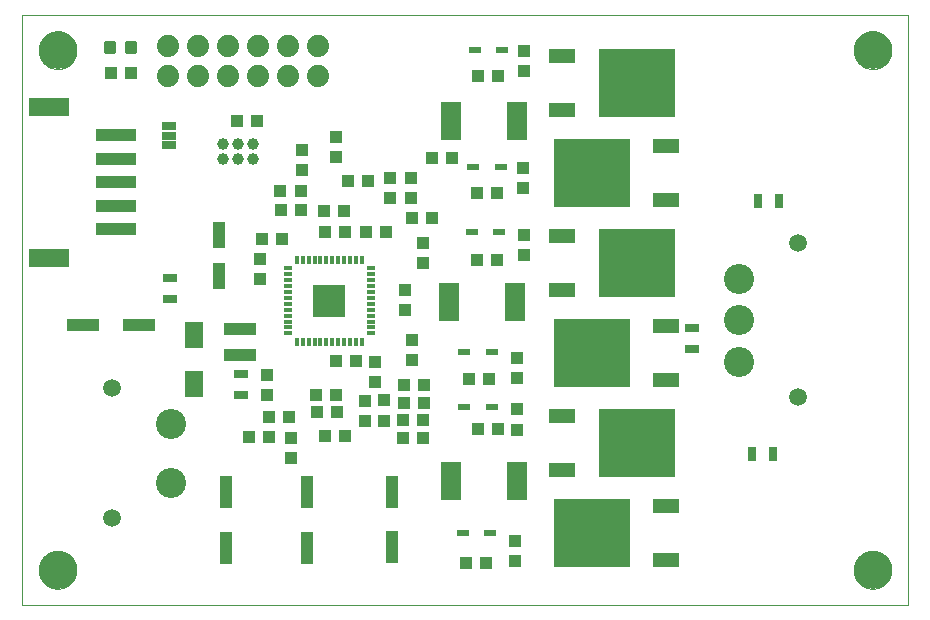
<source format=gts>
G75*
%MOIN*%
%OFA0B0*%
%FSLAX25Y25*%
%IPPOS*%
%LPD*%
%AMOC8*
5,1,8,0,0,1.08239X$1,22.5*
%
%ADD10C,0.00000*%
%ADD11C,0.12598*%
%ADD12R,0.03937X0.04331*%
%ADD13R,0.03937X0.11024*%
%ADD14R,0.04331X0.03937*%
%ADD15R,0.03937X0.09055*%
%ADD16R,0.11024X0.03937*%
%ADD17R,0.04724X0.03150*%
%ADD18R,0.03150X0.04724*%
%ADD19R,0.06102X0.08661*%
%ADD20R,0.04232X0.01969*%
%ADD21C,0.01181*%
%ADD22R,0.13780X0.03937*%
%ADD23R,0.13780X0.06299*%
%ADD24R,0.05000X0.02500*%
%ADD25R,0.03150X0.01181*%
%ADD26R,0.01181X0.03150*%
%ADD27R,0.10630X0.10630*%
%ADD28R,0.10630X0.03937*%
%ADD29R,0.08661X0.04724*%
%ADD30R,0.25197X0.22835*%
%ADD31R,0.07087X0.12598*%
%ADD32C,0.03937*%
%ADD33C,0.10039*%
%ADD34C,0.05906*%
%ADD35C,0.07400*%
D10*
X0076394Y0056709D02*
X0076394Y0253559D01*
X0371669Y0253559D01*
X0371669Y0056709D01*
X0076394Y0056709D01*
X0081906Y0068520D02*
X0081908Y0068678D01*
X0081914Y0068836D01*
X0081924Y0068994D01*
X0081938Y0069152D01*
X0081956Y0069309D01*
X0081977Y0069466D01*
X0082003Y0069622D01*
X0082033Y0069778D01*
X0082066Y0069933D01*
X0082104Y0070086D01*
X0082145Y0070239D01*
X0082190Y0070391D01*
X0082239Y0070542D01*
X0082292Y0070691D01*
X0082348Y0070839D01*
X0082408Y0070985D01*
X0082472Y0071130D01*
X0082540Y0071273D01*
X0082611Y0071415D01*
X0082685Y0071555D01*
X0082763Y0071692D01*
X0082845Y0071828D01*
X0082929Y0071962D01*
X0083018Y0072093D01*
X0083109Y0072222D01*
X0083204Y0072349D01*
X0083301Y0072474D01*
X0083402Y0072596D01*
X0083506Y0072715D01*
X0083613Y0072832D01*
X0083723Y0072946D01*
X0083836Y0073057D01*
X0083951Y0073166D01*
X0084069Y0073271D01*
X0084190Y0073373D01*
X0084313Y0073473D01*
X0084439Y0073569D01*
X0084567Y0073662D01*
X0084697Y0073752D01*
X0084830Y0073838D01*
X0084965Y0073922D01*
X0085101Y0074001D01*
X0085240Y0074078D01*
X0085381Y0074150D01*
X0085523Y0074220D01*
X0085667Y0074285D01*
X0085813Y0074347D01*
X0085960Y0074405D01*
X0086109Y0074460D01*
X0086259Y0074511D01*
X0086410Y0074558D01*
X0086562Y0074601D01*
X0086715Y0074640D01*
X0086870Y0074676D01*
X0087025Y0074707D01*
X0087181Y0074735D01*
X0087337Y0074759D01*
X0087494Y0074779D01*
X0087652Y0074795D01*
X0087809Y0074807D01*
X0087968Y0074815D01*
X0088126Y0074819D01*
X0088284Y0074819D01*
X0088442Y0074815D01*
X0088601Y0074807D01*
X0088758Y0074795D01*
X0088916Y0074779D01*
X0089073Y0074759D01*
X0089229Y0074735D01*
X0089385Y0074707D01*
X0089540Y0074676D01*
X0089695Y0074640D01*
X0089848Y0074601D01*
X0090000Y0074558D01*
X0090151Y0074511D01*
X0090301Y0074460D01*
X0090450Y0074405D01*
X0090597Y0074347D01*
X0090743Y0074285D01*
X0090887Y0074220D01*
X0091029Y0074150D01*
X0091170Y0074078D01*
X0091309Y0074001D01*
X0091445Y0073922D01*
X0091580Y0073838D01*
X0091713Y0073752D01*
X0091843Y0073662D01*
X0091971Y0073569D01*
X0092097Y0073473D01*
X0092220Y0073373D01*
X0092341Y0073271D01*
X0092459Y0073166D01*
X0092574Y0073057D01*
X0092687Y0072946D01*
X0092797Y0072832D01*
X0092904Y0072715D01*
X0093008Y0072596D01*
X0093109Y0072474D01*
X0093206Y0072349D01*
X0093301Y0072222D01*
X0093392Y0072093D01*
X0093481Y0071962D01*
X0093565Y0071828D01*
X0093647Y0071692D01*
X0093725Y0071555D01*
X0093799Y0071415D01*
X0093870Y0071273D01*
X0093938Y0071130D01*
X0094002Y0070985D01*
X0094062Y0070839D01*
X0094118Y0070691D01*
X0094171Y0070542D01*
X0094220Y0070391D01*
X0094265Y0070239D01*
X0094306Y0070086D01*
X0094344Y0069933D01*
X0094377Y0069778D01*
X0094407Y0069622D01*
X0094433Y0069466D01*
X0094454Y0069309D01*
X0094472Y0069152D01*
X0094486Y0068994D01*
X0094496Y0068836D01*
X0094502Y0068678D01*
X0094504Y0068520D01*
X0094502Y0068362D01*
X0094496Y0068204D01*
X0094486Y0068046D01*
X0094472Y0067888D01*
X0094454Y0067731D01*
X0094433Y0067574D01*
X0094407Y0067418D01*
X0094377Y0067262D01*
X0094344Y0067107D01*
X0094306Y0066954D01*
X0094265Y0066801D01*
X0094220Y0066649D01*
X0094171Y0066498D01*
X0094118Y0066349D01*
X0094062Y0066201D01*
X0094002Y0066055D01*
X0093938Y0065910D01*
X0093870Y0065767D01*
X0093799Y0065625D01*
X0093725Y0065485D01*
X0093647Y0065348D01*
X0093565Y0065212D01*
X0093481Y0065078D01*
X0093392Y0064947D01*
X0093301Y0064818D01*
X0093206Y0064691D01*
X0093109Y0064566D01*
X0093008Y0064444D01*
X0092904Y0064325D01*
X0092797Y0064208D01*
X0092687Y0064094D01*
X0092574Y0063983D01*
X0092459Y0063874D01*
X0092341Y0063769D01*
X0092220Y0063667D01*
X0092097Y0063567D01*
X0091971Y0063471D01*
X0091843Y0063378D01*
X0091713Y0063288D01*
X0091580Y0063202D01*
X0091445Y0063118D01*
X0091309Y0063039D01*
X0091170Y0062962D01*
X0091029Y0062890D01*
X0090887Y0062820D01*
X0090743Y0062755D01*
X0090597Y0062693D01*
X0090450Y0062635D01*
X0090301Y0062580D01*
X0090151Y0062529D01*
X0090000Y0062482D01*
X0089848Y0062439D01*
X0089695Y0062400D01*
X0089540Y0062364D01*
X0089385Y0062333D01*
X0089229Y0062305D01*
X0089073Y0062281D01*
X0088916Y0062261D01*
X0088758Y0062245D01*
X0088601Y0062233D01*
X0088442Y0062225D01*
X0088284Y0062221D01*
X0088126Y0062221D01*
X0087968Y0062225D01*
X0087809Y0062233D01*
X0087652Y0062245D01*
X0087494Y0062261D01*
X0087337Y0062281D01*
X0087181Y0062305D01*
X0087025Y0062333D01*
X0086870Y0062364D01*
X0086715Y0062400D01*
X0086562Y0062439D01*
X0086410Y0062482D01*
X0086259Y0062529D01*
X0086109Y0062580D01*
X0085960Y0062635D01*
X0085813Y0062693D01*
X0085667Y0062755D01*
X0085523Y0062820D01*
X0085381Y0062890D01*
X0085240Y0062962D01*
X0085101Y0063039D01*
X0084965Y0063118D01*
X0084830Y0063202D01*
X0084697Y0063288D01*
X0084567Y0063378D01*
X0084439Y0063471D01*
X0084313Y0063567D01*
X0084190Y0063667D01*
X0084069Y0063769D01*
X0083951Y0063874D01*
X0083836Y0063983D01*
X0083723Y0064094D01*
X0083613Y0064208D01*
X0083506Y0064325D01*
X0083402Y0064444D01*
X0083301Y0064566D01*
X0083204Y0064691D01*
X0083109Y0064818D01*
X0083018Y0064947D01*
X0082929Y0065078D01*
X0082845Y0065212D01*
X0082763Y0065348D01*
X0082685Y0065485D01*
X0082611Y0065625D01*
X0082540Y0065767D01*
X0082472Y0065910D01*
X0082408Y0066055D01*
X0082348Y0066201D01*
X0082292Y0066349D01*
X0082239Y0066498D01*
X0082190Y0066649D01*
X0082145Y0066801D01*
X0082104Y0066954D01*
X0082066Y0067107D01*
X0082033Y0067262D01*
X0082003Y0067418D01*
X0081977Y0067574D01*
X0081956Y0067731D01*
X0081938Y0067888D01*
X0081924Y0068046D01*
X0081914Y0068204D01*
X0081908Y0068362D01*
X0081906Y0068520D01*
X0081906Y0241748D02*
X0081908Y0241906D01*
X0081914Y0242064D01*
X0081924Y0242222D01*
X0081938Y0242380D01*
X0081956Y0242537D01*
X0081977Y0242694D01*
X0082003Y0242850D01*
X0082033Y0243006D01*
X0082066Y0243161D01*
X0082104Y0243314D01*
X0082145Y0243467D01*
X0082190Y0243619D01*
X0082239Y0243770D01*
X0082292Y0243919D01*
X0082348Y0244067D01*
X0082408Y0244213D01*
X0082472Y0244358D01*
X0082540Y0244501D01*
X0082611Y0244643D01*
X0082685Y0244783D01*
X0082763Y0244920D01*
X0082845Y0245056D01*
X0082929Y0245190D01*
X0083018Y0245321D01*
X0083109Y0245450D01*
X0083204Y0245577D01*
X0083301Y0245702D01*
X0083402Y0245824D01*
X0083506Y0245943D01*
X0083613Y0246060D01*
X0083723Y0246174D01*
X0083836Y0246285D01*
X0083951Y0246394D01*
X0084069Y0246499D01*
X0084190Y0246601D01*
X0084313Y0246701D01*
X0084439Y0246797D01*
X0084567Y0246890D01*
X0084697Y0246980D01*
X0084830Y0247066D01*
X0084965Y0247150D01*
X0085101Y0247229D01*
X0085240Y0247306D01*
X0085381Y0247378D01*
X0085523Y0247448D01*
X0085667Y0247513D01*
X0085813Y0247575D01*
X0085960Y0247633D01*
X0086109Y0247688D01*
X0086259Y0247739D01*
X0086410Y0247786D01*
X0086562Y0247829D01*
X0086715Y0247868D01*
X0086870Y0247904D01*
X0087025Y0247935D01*
X0087181Y0247963D01*
X0087337Y0247987D01*
X0087494Y0248007D01*
X0087652Y0248023D01*
X0087809Y0248035D01*
X0087968Y0248043D01*
X0088126Y0248047D01*
X0088284Y0248047D01*
X0088442Y0248043D01*
X0088601Y0248035D01*
X0088758Y0248023D01*
X0088916Y0248007D01*
X0089073Y0247987D01*
X0089229Y0247963D01*
X0089385Y0247935D01*
X0089540Y0247904D01*
X0089695Y0247868D01*
X0089848Y0247829D01*
X0090000Y0247786D01*
X0090151Y0247739D01*
X0090301Y0247688D01*
X0090450Y0247633D01*
X0090597Y0247575D01*
X0090743Y0247513D01*
X0090887Y0247448D01*
X0091029Y0247378D01*
X0091170Y0247306D01*
X0091309Y0247229D01*
X0091445Y0247150D01*
X0091580Y0247066D01*
X0091713Y0246980D01*
X0091843Y0246890D01*
X0091971Y0246797D01*
X0092097Y0246701D01*
X0092220Y0246601D01*
X0092341Y0246499D01*
X0092459Y0246394D01*
X0092574Y0246285D01*
X0092687Y0246174D01*
X0092797Y0246060D01*
X0092904Y0245943D01*
X0093008Y0245824D01*
X0093109Y0245702D01*
X0093206Y0245577D01*
X0093301Y0245450D01*
X0093392Y0245321D01*
X0093481Y0245190D01*
X0093565Y0245056D01*
X0093647Y0244920D01*
X0093725Y0244783D01*
X0093799Y0244643D01*
X0093870Y0244501D01*
X0093938Y0244358D01*
X0094002Y0244213D01*
X0094062Y0244067D01*
X0094118Y0243919D01*
X0094171Y0243770D01*
X0094220Y0243619D01*
X0094265Y0243467D01*
X0094306Y0243314D01*
X0094344Y0243161D01*
X0094377Y0243006D01*
X0094407Y0242850D01*
X0094433Y0242694D01*
X0094454Y0242537D01*
X0094472Y0242380D01*
X0094486Y0242222D01*
X0094496Y0242064D01*
X0094502Y0241906D01*
X0094504Y0241748D01*
X0094502Y0241590D01*
X0094496Y0241432D01*
X0094486Y0241274D01*
X0094472Y0241116D01*
X0094454Y0240959D01*
X0094433Y0240802D01*
X0094407Y0240646D01*
X0094377Y0240490D01*
X0094344Y0240335D01*
X0094306Y0240182D01*
X0094265Y0240029D01*
X0094220Y0239877D01*
X0094171Y0239726D01*
X0094118Y0239577D01*
X0094062Y0239429D01*
X0094002Y0239283D01*
X0093938Y0239138D01*
X0093870Y0238995D01*
X0093799Y0238853D01*
X0093725Y0238713D01*
X0093647Y0238576D01*
X0093565Y0238440D01*
X0093481Y0238306D01*
X0093392Y0238175D01*
X0093301Y0238046D01*
X0093206Y0237919D01*
X0093109Y0237794D01*
X0093008Y0237672D01*
X0092904Y0237553D01*
X0092797Y0237436D01*
X0092687Y0237322D01*
X0092574Y0237211D01*
X0092459Y0237102D01*
X0092341Y0236997D01*
X0092220Y0236895D01*
X0092097Y0236795D01*
X0091971Y0236699D01*
X0091843Y0236606D01*
X0091713Y0236516D01*
X0091580Y0236430D01*
X0091445Y0236346D01*
X0091309Y0236267D01*
X0091170Y0236190D01*
X0091029Y0236118D01*
X0090887Y0236048D01*
X0090743Y0235983D01*
X0090597Y0235921D01*
X0090450Y0235863D01*
X0090301Y0235808D01*
X0090151Y0235757D01*
X0090000Y0235710D01*
X0089848Y0235667D01*
X0089695Y0235628D01*
X0089540Y0235592D01*
X0089385Y0235561D01*
X0089229Y0235533D01*
X0089073Y0235509D01*
X0088916Y0235489D01*
X0088758Y0235473D01*
X0088601Y0235461D01*
X0088442Y0235453D01*
X0088284Y0235449D01*
X0088126Y0235449D01*
X0087968Y0235453D01*
X0087809Y0235461D01*
X0087652Y0235473D01*
X0087494Y0235489D01*
X0087337Y0235509D01*
X0087181Y0235533D01*
X0087025Y0235561D01*
X0086870Y0235592D01*
X0086715Y0235628D01*
X0086562Y0235667D01*
X0086410Y0235710D01*
X0086259Y0235757D01*
X0086109Y0235808D01*
X0085960Y0235863D01*
X0085813Y0235921D01*
X0085667Y0235983D01*
X0085523Y0236048D01*
X0085381Y0236118D01*
X0085240Y0236190D01*
X0085101Y0236267D01*
X0084965Y0236346D01*
X0084830Y0236430D01*
X0084697Y0236516D01*
X0084567Y0236606D01*
X0084439Y0236699D01*
X0084313Y0236795D01*
X0084190Y0236895D01*
X0084069Y0236997D01*
X0083951Y0237102D01*
X0083836Y0237211D01*
X0083723Y0237322D01*
X0083613Y0237436D01*
X0083506Y0237553D01*
X0083402Y0237672D01*
X0083301Y0237794D01*
X0083204Y0237919D01*
X0083109Y0238046D01*
X0083018Y0238175D01*
X0082929Y0238306D01*
X0082845Y0238440D01*
X0082763Y0238576D01*
X0082685Y0238713D01*
X0082611Y0238853D01*
X0082540Y0238995D01*
X0082472Y0239138D01*
X0082408Y0239283D01*
X0082348Y0239429D01*
X0082292Y0239577D01*
X0082239Y0239726D01*
X0082190Y0239877D01*
X0082145Y0240029D01*
X0082104Y0240182D01*
X0082066Y0240335D01*
X0082033Y0240490D01*
X0082003Y0240646D01*
X0081977Y0240802D01*
X0081956Y0240959D01*
X0081938Y0241116D01*
X0081924Y0241274D01*
X0081914Y0241432D01*
X0081908Y0241590D01*
X0081906Y0241748D01*
X0353559Y0241748D02*
X0353561Y0241906D01*
X0353567Y0242064D01*
X0353577Y0242222D01*
X0353591Y0242380D01*
X0353609Y0242537D01*
X0353630Y0242694D01*
X0353656Y0242850D01*
X0353686Y0243006D01*
X0353719Y0243161D01*
X0353757Y0243314D01*
X0353798Y0243467D01*
X0353843Y0243619D01*
X0353892Y0243770D01*
X0353945Y0243919D01*
X0354001Y0244067D01*
X0354061Y0244213D01*
X0354125Y0244358D01*
X0354193Y0244501D01*
X0354264Y0244643D01*
X0354338Y0244783D01*
X0354416Y0244920D01*
X0354498Y0245056D01*
X0354582Y0245190D01*
X0354671Y0245321D01*
X0354762Y0245450D01*
X0354857Y0245577D01*
X0354954Y0245702D01*
X0355055Y0245824D01*
X0355159Y0245943D01*
X0355266Y0246060D01*
X0355376Y0246174D01*
X0355489Y0246285D01*
X0355604Y0246394D01*
X0355722Y0246499D01*
X0355843Y0246601D01*
X0355966Y0246701D01*
X0356092Y0246797D01*
X0356220Y0246890D01*
X0356350Y0246980D01*
X0356483Y0247066D01*
X0356618Y0247150D01*
X0356754Y0247229D01*
X0356893Y0247306D01*
X0357034Y0247378D01*
X0357176Y0247448D01*
X0357320Y0247513D01*
X0357466Y0247575D01*
X0357613Y0247633D01*
X0357762Y0247688D01*
X0357912Y0247739D01*
X0358063Y0247786D01*
X0358215Y0247829D01*
X0358368Y0247868D01*
X0358523Y0247904D01*
X0358678Y0247935D01*
X0358834Y0247963D01*
X0358990Y0247987D01*
X0359147Y0248007D01*
X0359305Y0248023D01*
X0359462Y0248035D01*
X0359621Y0248043D01*
X0359779Y0248047D01*
X0359937Y0248047D01*
X0360095Y0248043D01*
X0360254Y0248035D01*
X0360411Y0248023D01*
X0360569Y0248007D01*
X0360726Y0247987D01*
X0360882Y0247963D01*
X0361038Y0247935D01*
X0361193Y0247904D01*
X0361348Y0247868D01*
X0361501Y0247829D01*
X0361653Y0247786D01*
X0361804Y0247739D01*
X0361954Y0247688D01*
X0362103Y0247633D01*
X0362250Y0247575D01*
X0362396Y0247513D01*
X0362540Y0247448D01*
X0362682Y0247378D01*
X0362823Y0247306D01*
X0362962Y0247229D01*
X0363098Y0247150D01*
X0363233Y0247066D01*
X0363366Y0246980D01*
X0363496Y0246890D01*
X0363624Y0246797D01*
X0363750Y0246701D01*
X0363873Y0246601D01*
X0363994Y0246499D01*
X0364112Y0246394D01*
X0364227Y0246285D01*
X0364340Y0246174D01*
X0364450Y0246060D01*
X0364557Y0245943D01*
X0364661Y0245824D01*
X0364762Y0245702D01*
X0364859Y0245577D01*
X0364954Y0245450D01*
X0365045Y0245321D01*
X0365134Y0245190D01*
X0365218Y0245056D01*
X0365300Y0244920D01*
X0365378Y0244783D01*
X0365452Y0244643D01*
X0365523Y0244501D01*
X0365591Y0244358D01*
X0365655Y0244213D01*
X0365715Y0244067D01*
X0365771Y0243919D01*
X0365824Y0243770D01*
X0365873Y0243619D01*
X0365918Y0243467D01*
X0365959Y0243314D01*
X0365997Y0243161D01*
X0366030Y0243006D01*
X0366060Y0242850D01*
X0366086Y0242694D01*
X0366107Y0242537D01*
X0366125Y0242380D01*
X0366139Y0242222D01*
X0366149Y0242064D01*
X0366155Y0241906D01*
X0366157Y0241748D01*
X0366155Y0241590D01*
X0366149Y0241432D01*
X0366139Y0241274D01*
X0366125Y0241116D01*
X0366107Y0240959D01*
X0366086Y0240802D01*
X0366060Y0240646D01*
X0366030Y0240490D01*
X0365997Y0240335D01*
X0365959Y0240182D01*
X0365918Y0240029D01*
X0365873Y0239877D01*
X0365824Y0239726D01*
X0365771Y0239577D01*
X0365715Y0239429D01*
X0365655Y0239283D01*
X0365591Y0239138D01*
X0365523Y0238995D01*
X0365452Y0238853D01*
X0365378Y0238713D01*
X0365300Y0238576D01*
X0365218Y0238440D01*
X0365134Y0238306D01*
X0365045Y0238175D01*
X0364954Y0238046D01*
X0364859Y0237919D01*
X0364762Y0237794D01*
X0364661Y0237672D01*
X0364557Y0237553D01*
X0364450Y0237436D01*
X0364340Y0237322D01*
X0364227Y0237211D01*
X0364112Y0237102D01*
X0363994Y0236997D01*
X0363873Y0236895D01*
X0363750Y0236795D01*
X0363624Y0236699D01*
X0363496Y0236606D01*
X0363366Y0236516D01*
X0363233Y0236430D01*
X0363098Y0236346D01*
X0362962Y0236267D01*
X0362823Y0236190D01*
X0362682Y0236118D01*
X0362540Y0236048D01*
X0362396Y0235983D01*
X0362250Y0235921D01*
X0362103Y0235863D01*
X0361954Y0235808D01*
X0361804Y0235757D01*
X0361653Y0235710D01*
X0361501Y0235667D01*
X0361348Y0235628D01*
X0361193Y0235592D01*
X0361038Y0235561D01*
X0360882Y0235533D01*
X0360726Y0235509D01*
X0360569Y0235489D01*
X0360411Y0235473D01*
X0360254Y0235461D01*
X0360095Y0235453D01*
X0359937Y0235449D01*
X0359779Y0235449D01*
X0359621Y0235453D01*
X0359462Y0235461D01*
X0359305Y0235473D01*
X0359147Y0235489D01*
X0358990Y0235509D01*
X0358834Y0235533D01*
X0358678Y0235561D01*
X0358523Y0235592D01*
X0358368Y0235628D01*
X0358215Y0235667D01*
X0358063Y0235710D01*
X0357912Y0235757D01*
X0357762Y0235808D01*
X0357613Y0235863D01*
X0357466Y0235921D01*
X0357320Y0235983D01*
X0357176Y0236048D01*
X0357034Y0236118D01*
X0356893Y0236190D01*
X0356754Y0236267D01*
X0356618Y0236346D01*
X0356483Y0236430D01*
X0356350Y0236516D01*
X0356220Y0236606D01*
X0356092Y0236699D01*
X0355966Y0236795D01*
X0355843Y0236895D01*
X0355722Y0236997D01*
X0355604Y0237102D01*
X0355489Y0237211D01*
X0355376Y0237322D01*
X0355266Y0237436D01*
X0355159Y0237553D01*
X0355055Y0237672D01*
X0354954Y0237794D01*
X0354857Y0237919D01*
X0354762Y0238046D01*
X0354671Y0238175D01*
X0354582Y0238306D01*
X0354498Y0238440D01*
X0354416Y0238576D01*
X0354338Y0238713D01*
X0354264Y0238853D01*
X0354193Y0238995D01*
X0354125Y0239138D01*
X0354061Y0239283D01*
X0354001Y0239429D01*
X0353945Y0239577D01*
X0353892Y0239726D01*
X0353843Y0239877D01*
X0353798Y0240029D01*
X0353757Y0240182D01*
X0353719Y0240335D01*
X0353686Y0240490D01*
X0353656Y0240646D01*
X0353630Y0240802D01*
X0353609Y0240959D01*
X0353591Y0241116D01*
X0353577Y0241274D01*
X0353567Y0241432D01*
X0353561Y0241590D01*
X0353559Y0241748D01*
X0353559Y0068520D02*
X0353561Y0068678D01*
X0353567Y0068836D01*
X0353577Y0068994D01*
X0353591Y0069152D01*
X0353609Y0069309D01*
X0353630Y0069466D01*
X0353656Y0069622D01*
X0353686Y0069778D01*
X0353719Y0069933D01*
X0353757Y0070086D01*
X0353798Y0070239D01*
X0353843Y0070391D01*
X0353892Y0070542D01*
X0353945Y0070691D01*
X0354001Y0070839D01*
X0354061Y0070985D01*
X0354125Y0071130D01*
X0354193Y0071273D01*
X0354264Y0071415D01*
X0354338Y0071555D01*
X0354416Y0071692D01*
X0354498Y0071828D01*
X0354582Y0071962D01*
X0354671Y0072093D01*
X0354762Y0072222D01*
X0354857Y0072349D01*
X0354954Y0072474D01*
X0355055Y0072596D01*
X0355159Y0072715D01*
X0355266Y0072832D01*
X0355376Y0072946D01*
X0355489Y0073057D01*
X0355604Y0073166D01*
X0355722Y0073271D01*
X0355843Y0073373D01*
X0355966Y0073473D01*
X0356092Y0073569D01*
X0356220Y0073662D01*
X0356350Y0073752D01*
X0356483Y0073838D01*
X0356618Y0073922D01*
X0356754Y0074001D01*
X0356893Y0074078D01*
X0357034Y0074150D01*
X0357176Y0074220D01*
X0357320Y0074285D01*
X0357466Y0074347D01*
X0357613Y0074405D01*
X0357762Y0074460D01*
X0357912Y0074511D01*
X0358063Y0074558D01*
X0358215Y0074601D01*
X0358368Y0074640D01*
X0358523Y0074676D01*
X0358678Y0074707D01*
X0358834Y0074735D01*
X0358990Y0074759D01*
X0359147Y0074779D01*
X0359305Y0074795D01*
X0359462Y0074807D01*
X0359621Y0074815D01*
X0359779Y0074819D01*
X0359937Y0074819D01*
X0360095Y0074815D01*
X0360254Y0074807D01*
X0360411Y0074795D01*
X0360569Y0074779D01*
X0360726Y0074759D01*
X0360882Y0074735D01*
X0361038Y0074707D01*
X0361193Y0074676D01*
X0361348Y0074640D01*
X0361501Y0074601D01*
X0361653Y0074558D01*
X0361804Y0074511D01*
X0361954Y0074460D01*
X0362103Y0074405D01*
X0362250Y0074347D01*
X0362396Y0074285D01*
X0362540Y0074220D01*
X0362682Y0074150D01*
X0362823Y0074078D01*
X0362962Y0074001D01*
X0363098Y0073922D01*
X0363233Y0073838D01*
X0363366Y0073752D01*
X0363496Y0073662D01*
X0363624Y0073569D01*
X0363750Y0073473D01*
X0363873Y0073373D01*
X0363994Y0073271D01*
X0364112Y0073166D01*
X0364227Y0073057D01*
X0364340Y0072946D01*
X0364450Y0072832D01*
X0364557Y0072715D01*
X0364661Y0072596D01*
X0364762Y0072474D01*
X0364859Y0072349D01*
X0364954Y0072222D01*
X0365045Y0072093D01*
X0365134Y0071962D01*
X0365218Y0071828D01*
X0365300Y0071692D01*
X0365378Y0071555D01*
X0365452Y0071415D01*
X0365523Y0071273D01*
X0365591Y0071130D01*
X0365655Y0070985D01*
X0365715Y0070839D01*
X0365771Y0070691D01*
X0365824Y0070542D01*
X0365873Y0070391D01*
X0365918Y0070239D01*
X0365959Y0070086D01*
X0365997Y0069933D01*
X0366030Y0069778D01*
X0366060Y0069622D01*
X0366086Y0069466D01*
X0366107Y0069309D01*
X0366125Y0069152D01*
X0366139Y0068994D01*
X0366149Y0068836D01*
X0366155Y0068678D01*
X0366157Y0068520D01*
X0366155Y0068362D01*
X0366149Y0068204D01*
X0366139Y0068046D01*
X0366125Y0067888D01*
X0366107Y0067731D01*
X0366086Y0067574D01*
X0366060Y0067418D01*
X0366030Y0067262D01*
X0365997Y0067107D01*
X0365959Y0066954D01*
X0365918Y0066801D01*
X0365873Y0066649D01*
X0365824Y0066498D01*
X0365771Y0066349D01*
X0365715Y0066201D01*
X0365655Y0066055D01*
X0365591Y0065910D01*
X0365523Y0065767D01*
X0365452Y0065625D01*
X0365378Y0065485D01*
X0365300Y0065348D01*
X0365218Y0065212D01*
X0365134Y0065078D01*
X0365045Y0064947D01*
X0364954Y0064818D01*
X0364859Y0064691D01*
X0364762Y0064566D01*
X0364661Y0064444D01*
X0364557Y0064325D01*
X0364450Y0064208D01*
X0364340Y0064094D01*
X0364227Y0063983D01*
X0364112Y0063874D01*
X0363994Y0063769D01*
X0363873Y0063667D01*
X0363750Y0063567D01*
X0363624Y0063471D01*
X0363496Y0063378D01*
X0363366Y0063288D01*
X0363233Y0063202D01*
X0363098Y0063118D01*
X0362962Y0063039D01*
X0362823Y0062962D01*
X0362682Y0062890D01*
X0362540Y0062820D01*
X0362396Y0062755D01*
X0362250Y0062693D01*
X0362103Y0062635D01*
X0361954Y0062580D01*
X0361804Y0062529D01*
X0361653Y0062482D01*
X0361501Y0062439D01*
X0361348Y0062400D01*
X0361193Y0062364D01*
X0361038Y0062333D01*
X0360882Y0062305D01*
X0360726Y0062281D01*
X0360569Y0062261D01*
X0360411Y0062245D01*
X0360254Y0062233D01*
X0360095Y0062225D01*
X0359937Y0062221D01*
X0359779Y0062221D01*
X0359621Y0062225D01*
X0359462Y0062233D01*
X0359305Y0062245D01*
X0359147Y0062261D01*
X0358990Y0062281D01*
X0358834Y0062305D01*
X0358678Y0062333D01*
X0358523Y0062364D01*
X0358368Y0062400D01*
X0358215Y0062439D01*
X0358063Y0062482D01*
X0357912Y0062529D01*
X0357762Y0062580D01*
X0357613Y0062635D01*
X0357466Y0062693D01*
X0357320Y0062755D01*
X0357176Y0062820D01*
X0357034Y0062890D01*
X0356893Y0062962D01*
X0356754Y0063039D01*
X0356618Y0063118D01*
X0356483Y0063202D01*
X0356350Y0063288D01*
X0356220Y0063378D01*
X0356092Y0063471D01*
X0355966Y0063567D01*
X0355843Y0063667D01*
X0355722Y0063769D01*
X0355604Y0063874D01*
X0355489Y0063983D01*
X0355376Y0064094D01*
X0355266Y0064208D01*
X0355159Y0064325D01*
X0355055Y0064444D01*
X0354954Y0064566D01*
X0354857Y0064691D01*
X0354762Y0064818D01*
X0354671Y0064947D01*
X0354582Y0065078D01*
X0354498Y0065212D01*
X0354416Y0065348D01*
X0354338Y0065485D01*
X0354264Y0065625D01*
X0354193Y0065767D01*
X0354125Y0065910D01*
X0354061Y0066055D01*
X0354001Y0066201D01*
X0353945Y0066349D01*
X0353892Y0066498D01*
X0353843Y0066649D01*
X0353798Y0066801D01*
X0353757Y0066954D01*
X0353719Y0067107D01*
X0353686Y0067262D01*
X0353656Y0067418D01*
X0353630Y0067574D01*
X0353609Y0067731D01*
X0353591Y0067888D01*
X0353577Y0068046D01*
X0353567Y0068204D01*
X0353561Y0068362D01*
X0353559Y0068520D01*
D11*
X0359858Y0068520D03*
X0359858Y0241748D03*
X0088205Y0241748D03*
X0088205Y0068520D03*
D12*
X0165921Y0105882D03*
X0165921Y0112575D03*
X0158047Y0126787D03*
X0158047Y0133480D03*
X0190724Y0124661D03*
X0197024Y0124976D03*
X0197024Y0118283D03*
X0190724Y0117969D03*
X0193953Y0131197D03*
X0193953Y0137890D03*
X0206472Y0138520D03*
X0206472Y0145213D03*
X0204110Y0155094D03*
X0204110Y0161787D03*
X0210094Y0170882D03*
X0210094Y0177575D03*
X0206157Y0192339D03*
X0206157Y0199031D03*
X0198992Y0198992D03*
X0198992Y0192299D03*
X0180961Y0206197D03*
X0180961Y0212890D03*
X0169543Y0208362D03*
X0169543Y0201669D03*
X0155764Y0172024D03*
X0155764Y0165331D03*
X0241276Y0138992D03*
X0241276Y0132299D03*
X0241276Y0121961D03*
X0241276Y0115268D03*
X0240776Y0077992D03*
X0240776Y0071299D03*
X0243776Y0173299D03*
X0243776Y0179992D03*
X0243276Y0195799D03*
X0243276Y0202492D03*
X0243776Y0234799D03*
X0243776Y0241492D03*
D13*
X0199701Y0094465D03*
X0171433Y0094386D03*
X0144504Y0094307D03*
X0144504Y0075803D03*
X0171433Y0075882D03*
X0199701Y0075961D03*
D14*
X0224429Y0070646D03*
X0231122Y0070646D03*
X0210134Y0112417D03*
X0203441Y0112417D03*
X0203402Y0118323D03*
X0210094Y0118323D03*
X0210252Y0124189D03*
X0203559Y0124189D03*
X0203598Y0130094D03*
X0210291Y0130094D03*
X0225429Y0132146D03*
X0232122Y0132146D03*
X0234878Y0115295D03*
X0228185Y0115295D03*
X0183913Y0113165D03*
X0177220Y0113165D03*
X0174622Y0121118D03*
X0174425Y0126906D03*
X0181118Y0126906D03*
X0181315Y0121118D03*
X0165370Y0119465D03*
X0158677Y0119465D03*
X0158795Y0112850D03*
X0152102Y0112850D03*
X0181000Y0138047D03*
X0187693Y0138047D03*
X0227929Y0171646D03*
X0234622Y0171646D03*
X0213087Y0185646D03*
X0206394Y0185646D03*
X0197614Y0181276D03*
X0190921Y0181276D03*
X0183874Y0181276D03*
X0177181Y0181276D03*
X0177024Y0188047D03*
X0183717Y0188047D03*
X0185134Y0198283D03*
X0191827Y0198283D03*
X0212969Y0205685D03*
X0219661Y0205685D03*
X0227929Y0194146D03*
X0234622Y0194146D03*
X0235122Y0233146D03*
X0228429Y0233146D03*
X0169189Y0194740D03*
X0162496Y0194740D03*
X0162575Y0188323D03*
X0169268Y0188323D03*
X0162929Y0178913D03*
X0156236Y0178913D03*
X0154701Y0218283D03*
X0148008Y0218283D03*
X0112575Y0234071D03*
X0105882Y0234071D03*
D15*
X0142102Y0180055D03*
X0142102Y0166571D03*
D16*
X0115291Y0150252D03*
X0096787Y0150252D03*
D17*
X0125646Y0158795D03*
X0125646Y0165882D03*
X0149189Y0133913D03*
X0149189Y0126827D03*
X0299583Y0142063D03*
X0299583Y0149150D03*
D18*
X0319701Y0107063D03*
X0326787Y0107063D03*
X0328795Y0191315D03*
X0321709Y0191315D03*
D19*
X0133835Y0146630D03*
X0133835Y0130488D03*
D20*
X0223701Y0122933D03*
X0232850Y0122933D03*
X0232850Y0141146D03*
X0223701Y0141146D03*
X0226201Y0181146D03*
X0235350Y0181146D03*
X0235850Y0202646D03*
X0226701Y0202646D03*
X0227201Y0241646D03*
X0236350Y0241646D03*
X0232350Y0080646D03*
X0223201Y0080646D03*
D21*
X0111185Y0241276D02*
X0111185Y0244032D01*
X0113941Y0244032D01*
X0113941Y0241276D01*
X0111185Y0241276D01*
X0111185Y0242456D02*
X0113941Y0242456D01*
X0113941Y0243636D02*
X0111185Y0243636D01*
X0104279Y0244032D02*
X0104279Y0241276D01*
X0104279Y0244032D02*
X0107035Y0244032D01*
X0107035Y0241276D01*
X0104279Y0241276D01*
X0104279Y0242456D02*
X0107035Y0242456D01*
X0107035Y0243636D02*
X0104279Y0243636D01*
D22*
X0107732Y0213480D03*
X0107732Y0205606D03*
X0107732Y0197732D03*
X0107732Y0189858D03*
X0107732Y0181984D03*
D23*
X0085291Y0172535D03*
X0085291Y0222929D03*
D24*
X0125252Y0216444D03*
X0125252Y0213244D03*
X0125252Y0210044D03*
D25*
X0164996Y0168972D03*
X0164996Y0167004D03*
X0164996Y0165035D03*
X0164996Y0163067D03*
X0164996Y0161098D03*
X0164996Y0159130D03*
X0164996Y0157161D03*
X0164996Y0155193D03*
X0164996Y0153224D03*
X0164996Y0151256D03*
X0164996Y0149287D03*
X0164996Y0147319D03*
X0192555Y0147319D03*
X0192555Y0149287D03*
X0192555Y0151256D03*
X0192555Y0153224D03*
X0192555Y0155193D03*
X0192555Y0157161D03*
X0192555Y0159130D03*
X0192555Y0161098D03*
X0192555Y0163067D03*
X0192555Y0165035D03*
X0192555Y0167004D03*
X0192555Y0168972D03*
D26*
X0189602Y0171925D03*
X0187634Y0171925D03*
X0185665Y0171925D03*
X0183697Y0171925D03*
X0181728Y0171925D03*
X0179760Y0171925D03*
X0177791Y0171925D03*
X0175823Y0171925D03*
X0173854Y0171925D03*
X0171886Y0171925D03*
X0169917Y0171925D03*
X0167949Y0171925D03*
X0167949Y0144366D03*
X0169917Y0144366D03*
X0171886Y0144366D03*
X0173854Y0144366D03*
X0175823Y0144366D03*
X0177791Y0144366D03*
X0179760Y0144366D03*
X0181728Y0144366D03*
X0183697Y0144366D03*
X0185665Y0144366D03*
X0187634Y0144366D03*
X0189602Y0144366D03*
D27*
X0178776Y0158146D03*
D28*
X0148992Y0148677D03*
X0148992Y0140016D03*
D29*
X0256472Y0119622D03*
X0256472Y0101669D03*
X0291079Y0089622D03*
X0291079Y0071669D03*
X0291079Y0131669D03*
X0291079Y0149622D03*
X0256472Y0161669D03*
X0256472Y0179622D03*
X0291079Y0191669D03*
X0291079Y0209622D03*
X0256472Y0221669D03*
X0256472Y0239622D03*
D30*
X0281276Y0230646D03*
X0266276Y0200646D03*
X0281276Y0170646D03*
X0266276Y0140646D03*
X0281276Y0110646D03*
X0266276Y0080646D03*
D31*
X0241299Y0098146D03*
X0219252Y0098146D03*
X0218752Y0157646D03*
X0240799Y0157646D03*
X0241299Y0218146D03*
X0219252Y0218146D03*
D32*
X0153244Y0210488D03*
X0148244Y0210488D03*
X0148244Y0205488D03*
X0153244Y0205488D03*
X0143244Y0205488D03*
X0143244Y0210488D03*
D33*
X0126118Y0117220D03*
X0126118Y0097535D03*
X0315213Y0137929D03*
X0315213Y0151709D03*
X0315213Y0165488D03*
D34*
X0334898Y0177299D03*
X0334898Y0126118D03*
X0106433Y0129031D03*
X0106433Y0085724D03*
D35*
X0125016Y0233087D03*
X0125016Y0243087D03*
X0135016Y0243087D03*
X0145016Y0243087D03*
X0155016Y0243087D03*
X0165016Y0243087D03*
X0175016Y0243087D03*
X0175016Y0233087D03*
X0165016Y0233087D03*
X0155016Y0233087D03*
X0145016Y0233087D03*
X0135016Y0233087D03*
M02*

</source>
